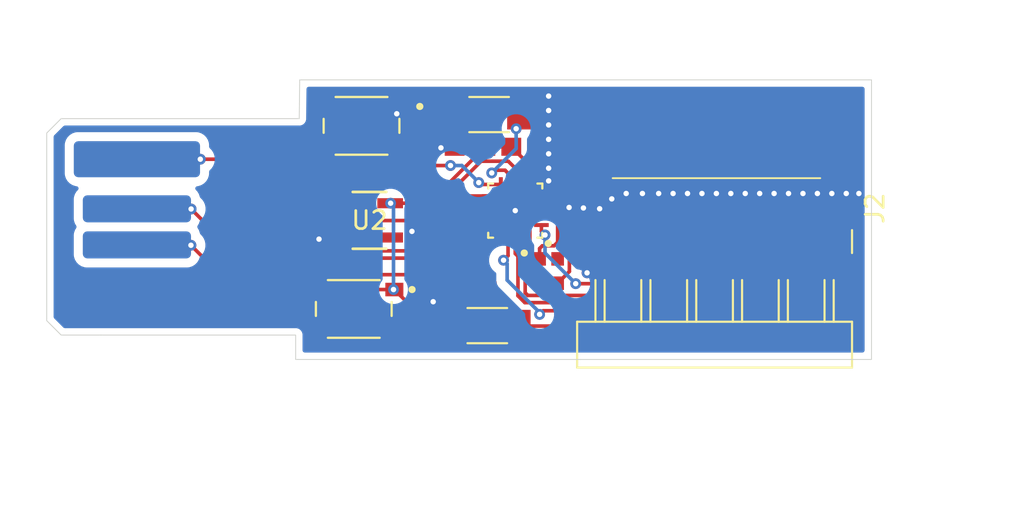
<source format=kicad_pcb>
(kicad_pcb (version 20241229) (generator "pcbnew") (generator_version "9.0")
  (layers (0 "F.Cu" signal) (2 "B.Cu" signal) (13 "F.Paste" user) (15 "B.Paste" user) (5 "F.SilkS" user "F.Silkscreen") (7 "B.SilkS" user "B.Silkscreen") (1 "F.Mask" user) (3 "B.Mask" user) (25 "Edge.Cuts" user))
  (net 0 "")
  (net 1 "PWR_GND")
  (net 2 "PWR_3V3")
  (net 3 "Net-(D1-K)")
  (net 4 "Net-(D2-K)")
  (net 5 "PA10")
  (net 6 "Net-(U1-ANT)")
  (net 7 "D+")
  (net 8 "D-")
  (net 9 "PWR_5V")
  (net 10 "Net-(R3-Pad1)")
  (net 11 "RST")
  (net 12 "PA2")
  (net 14 "PA3")
  (net 16 "PA11")
  (net 17 "Net-(U1-XO)")
  (net 18 "Net-(U1-XI)")
  (net 20 "PA9")
  (footprint "Footprint:LED_1206" (layer "F.Cu") (at 109 144.9)
    (property "Reference" "D2" (hide yes))
    (property "Value" "PWRLED" (hide yes))
    (fp_line (start -1.1 -0.95) (end 1.1 -0.95) (stroke (width 0.12)) (layer "F.SilkS"))
    (fp_line (start -1.1 1) (end 1.1 1) (stroke (width 0.12)) (layer "F.SilkS"))
    (pad "1" smd rect (at -1.7 0) (size 1.4 1.7) (layers "F.Cu" "F.Mask" "F.Paste") (net 4 "Net-(D2-K)"))
    (pad "2" smd rect (at 1.7 0) (size 1.4 1.7) (layers "F.Cu" "F.Mask" "F.Paste") (net 20 "PA9"))
  )
  (footprint "Footprint:0603" (layer "F.Cu") (at 107.94 146.71 180)
    (property "Reference" "C7" (hide yes))
    (property "Value" "0.1uF" (hide yes))
    (pad "1" smd rect (at -0.85 0 180) (size 1.1 1) (layers "F.Cu" "F.Mask" "F.Paste") (net 2 "PWR_3V3"))
    (pad "2" smd rect (at 0.85 0 180) (size 1.1 1) (layers "F.Cu" "F.Mask" "F.Paste") (net 1 "PWR_GND"))
  )
  (footprint "Footprint:0603" (layer "F.Cu") (at 111.08 146.71)
    (property "Reference" "C6" (hide yes))
    (property "Value" "2.2uF" (hide yes))
    (pad "1" smd rect (at -0.85 0) (size 1.1 1) (layers "F.Cu" "F.Mask" "F.Paste") (net 2 "PWR_3V3"))
    (pad "2" smd rect (at 0.85 0) (size 1.1 1) (layers "F.Cu" "F.Mask" "F.Paste") (net 1 "PWR_GND"))
  )
  (footprint "Footprint:0603" (layer "F.Cu") (at 108.02 154.67)
    (property "Reference" "R3" (hide yes))
    (property "Value" "1.5k" (hide yes))
    (pad "1" smd rect (at -0.85 0) (size 1.1 1) (layers "F.Cu" "F.Mask" "F.Paste") (net 10 "Net-(R3-Pad1)"))
    (pad "2" smd rect (at 0.85 0) (size 1.1 1) (layers "F.Cu" "F.Mask" "F.Paste") (net 7 "D+"))
  )
  (footprint "Footprint:0603" (layer "F.Cu") (at 105.17 150.83 -90)
    (property "Reference" "C1" (hide yes))
    (property "Value" "C_0603" (hide yes))
    (pad "1" smd rect (at -0.85 0 270) (size 1 1) (layers "F.Cu" "F.Mask" "F.Paste") (net 2 "PWR_3V3"))
    (pad "2" smd rect (at 0.85 0 270) (size 1 1) (layers "F.Cu" "F.Mask" "F.Paste") (net 1 "PWR_GND"))
  )
  (footprint "Footprint:LED_1206" (layer "F.Cu") (at 108.9 156.6)
    (property "Reference" "D1" (hide yes))
    (property "Value" "PWRLED" (hide yes))
    (fp_line (start -1.1 -0.95) (end 1.1 -0.95) (stroke (width 0.12)) (layer "F.SilkS"))
    (fp_line (start -1.1 1) (end 1.1 1) (stroke (width 0.12)) (layer "F.SilkS"))
    (pad "1" smd rect (at -1.7 0) (size 1.4 1.7) (layers "F.Cu" "F.Mask" "F.Paste") (net 3 "Net-(D1-K)"))
    (pad "2" smd rect (at 1.7 0) (size 1.4 1.7) (layers "F.Cu" "F.Mask" "F.Paste") (net 2 "PWR_3V3"))
  )
  (footprint "Footprint:PinHeader_01x06_P2.54mm_Horizontal_SMD" (layer "F.Cu") (at 127.85 152.6 -90)
    (property "Reference" "J2" (at -1.524 -2.540001 90) (layer "F.SilkS") (effects (justify left)))
    (property "Value" "PinHeader_01x06_P2.54mm_Horizontal_SMD" (hide yes))
    (fp_line (start 3.81 13.97) (end 3.81 -1.27) (stroke (width 0.12)) (layer "F.SilkS"))
    (fp_line (start 6.35 13.97) (end 3.81 13.97) (stroke (width 0.12)) (layer "F.SilkS"))
    (fp_line (start 3.81 12.954) (end 1.5 12.954) (stroke (width 0.12)) (layer "F.SilkS"))
    (fp_line (start 3.81 12.446) (end 1.5 12.446) (stroke (width 0.12)) (layer "F.SilkS"))
    (fp_line (start 3.81 10.414) (end 1.5 10.414) (stroke (width 0.12)) (layer "F.SilkS"))
    (fp_line (start 3.81 9.906) (end 1.5 9.906) (stroke (width 0.12)) (layer "F.SilkS"))
    (fp_line (start 3.81 7.874) (end 1.5 7.874) (stroke (width 0.12)) (layer "F.SilkS"))
    (fp_line (start 3.81 7.366) (end 1.5 7.366) (stroke (width 0.12)) (layer "F.SilkS"))
    (fp_line (start 3.81 5.334001) (end 1.5 5.334) (stroke (width 0.12)) (layer "F.SilkS"))
    (fp_line (start 3.81 4.826) (end 1.5 4.826) (stroke (width 0.12)) (layer "F.SilkS"))
    (fp_line (start 3.81 2.794) (end 1.5 2.794) (stroke (width 0.12)) (layer "F.SilkS"))
    (fp_line (start 3.81 2.286) (end 1.5 2.286) (stroke (width 0.12)) (layer "F.SilkS"))
    (fp_line (start 3.81 0.254) (end 1.5 0.254) (stroke (width 0.12)) (layer "F.SilkS"))
    (fp_line (start 3.81 -0.254) (end 1.5 -0.254) (stroke (width 0.12)) (layer "F.SilkS"))
    (fp_line (start -1.27 -1.27) (end 0 -1.27) (stroke (width 0.12)) (layer "F.SilkS"))
    (fp_line (start 3.81 -1.27) (end 6.35 -1.27) (stroke (width 0.12)) (layer "F.SilkS"))
    (fp_line (start 6.35 -1.27) (end 6.35 13.97) (stroke (width 0.12)) (layer "F.SilkS"))
    (pad "1" smd rect (at 0 0 270) (size 2.5 1.7) (layers "F.Cu" "F.Mask" "F.Paste") (net 2 "PWR_3V3"))
    (pad "2" smd rect (at 0 2.54 270) (size 2.5 1.7) (layers "F.Cu" "F.Mask" "F.Paste") (net 5 "PA10"))
    (pad "3" smd rect (at 0 5.08 270) (size 2.5 1.7) (layers "F.Cu" "F.Mask" "F.Paste") (net 16 "PA11"))
    (pad "4" smd rect (at 0 7.62 270) (size 2.5 1.7) (layers "F.Cu" "F.Mask" "F.Paste") (net 12 "PA2"))
    (pad "5" smd rect (at 0 10.16 270) (size 2.5 1.7) (layers "F.Cu" "F.Mask" "F.Paste") (net 14 "PA3"))
    (pad "6" smd rect (at 0 12.7 270) (size 2.5 1.7) (layers "F.Cu" "F.Mask" "F.Paste") (net 1 "PWR_GND"))
  )
  (footprint "Footprint:0603" (layer "F.Cu") (at 105.54 155.73 -90)
    (property "Reference" "R5" (hide yes))
    (property "Value" "330" (hide yes))
    (pad "1" smd rect (at -0.85 0 270) (size 1.1 1) (layers "F.Cu" "F.Mask" "F.Paste") (net 1 "PWR_GND"))
    (pad "2" smd rect (at 0.85 0 270) (size 1.1 1) (layers "F.Cu" "F.Mask" "F.Paste") (net 3 "Net-(D1-K)"))
  )
  (footprint "Footprint:0603" (layer "F.Cu") (at 99.56 150.77 -90)
    (property "Reference" "C2" (hide yes))
    (property "Value" "C_0603" (hide yes))
    (pad "1" smd rect (at -0.85 0 270) (size 1.1 1) (layers "F.Cu" "F.Mask" "F.Paste") (net 9 "PWR_5V"))
    (pad "2" smd rect (at 0.85 0 270) (size 1.1 1) (layers "F.Cu" "F.Mask" "F.Paste") (net 1 "PWR_GND"))
  )
  (footprint "Footprint:antenna" (layer "F.Cu") (at 113.05 148.45)
    (property "Reference" "E2" (hide yes))
    (property "Value" "2.4ghz" (hide yes))
    (fp_poly (pts (xy 0 -4.9) (xy 0 -4.4) (xy 5 -4.4) (xy 5 -4.9) (xy 0 -4.9)) (fill yes) (layer "F.Cu"))
    (fp_poly (pts (xy 0 -4.4) (xy 0 0.5) (xy 0.9 0.5) (xy 0.9 -4.4) (xy 0 -4.4)) (fill yes) (layer "F.Cu"))
    (fp_poly (pts (xy 2.3 -4.4) (xy 2.3 0) (xy 2.8 0) (xy 2.8 -4.4) (xy 2.3 -4.4)) (fill yes) (layer "F.Cu"))
    (fp_poly (pts (xy 4.5 -4.4) (xy 4.5 -1.76) (xy 5 -1.76) (xy 5 -4.4) (xy 4.5 -4.4)) (fill yes) (layer "F.Cu"))
    (fp_poly (pts (xy 5 -2.26) (xy 5 -1.76) (xy 7 -1.76) (xy 7 -2.26) (xy 5 -2.26)) (fill yes) (layer "F.Cu"))
    (fp_poly (pts (xy 6.95 -4.9) (xy 6.95 -4.4) (xy 9.65 -4.4) (xy 9.65 -4.9) (xy 6.95 -4.9)) (fill yes) (layer "F.Cu"))
    (fp_poly (pts (xy 6.95 -4.4) (xy 6.95 -1.76) (xy 7.45 -1.76) (xy 7.45 -4.4) (xy 6.95 -4.4)) (fill yes) (layer "F.Cu"))
    (fp_poly (pts (xy 9.15 -4.4) (xy 9.15 -1.76) (xy 9.65 -1.76) (xy 9.65 -4.4) (xy 9.15 -4.4)) (fill yes) (layer "F.Cu"))
    (fp_poly (pts (xy 9.65 -2.26) (xy 9.65 -1.76) (xy 11.65 -1.76) (xy 11.65 -2.26) (xy 9.65 -2.26)) (fill yes) (layer "F.Cu"))
    (fp_poly (pts (xy 11.65 -4.9) (xy 11.65 -4.4) (xy 14.35 -4.4) (xy 14.35 -4.9) (xy 11.65 -4.9)) (fill yes) (layer "F.Cu"))
    (fp_poly (pts (xy 11.65 -4.4) (xy 11.65 -1.76) (xy 12.15 -1.76) (xy 12.15 -4.4) (xy 11.65 -4.4)) (fill yes) (layer "F.Cu"))
    (fp_poly (pts (xy 13.85 -4.4) (xy 13.85 -0.46) (xy 14.35 -0.46) (xy 14.35 -4.4) (xy 13.85 -4.4)) (fill yes) (layer "F.Cu"))
    (fp_line (start 2.8 0) (end 14.31 0) (stroke (width 0.1)) (layer "F.SilkS"))
    (pad "1" smd rect (at 2.549999 0.249999) (size 0.499998 0.499998) (layers "F.Cu" "F.Mask" "F.Paste") (net 6 "Net-(U1-ANT)") (clearance 0))
  )
  (footprint "Footprint:32mhz crystal" (layer "F.Cu") (at 112.3 153.6)
    (property "Reference" "Y1" (hide yes))
    (property "Value" "XRCGB32M000F2P01R0" (hide yes))
    (fp_circle (center -1.35 -1) (end -1.25 -1) (stroke (width 0.2)) (fill no) (layer "F.SilkS"))
    (pad "1" smd rect (at -0.5 -0.675) (size 0.7 0.75) (layers "F.Cu" "F.Mask" "F.Paste") (net 17 "Net-(U1-XO)"))
    (pad "2" smd rect (at -0.5 0.675) (size 0.7 0.75) (layers "F.Cu" "F.Mask" "F.Paste"))
    (pad "3" smd rect (at 0.5 0.675) (size 0.7 0.75) (layers "F.Cu" "F.Mask" "F.Paste") (net 18 "Net-(U1-XI)"))
    (pad "4" smd rect (at 0.5 -0.675) (size 0.7 0.75) (layers "F.Cu" "F.Mask" "F.Paste"))
  )
  (footprint "Footprint:voltage regulator" (layer "F.Cu") (at 102.37 150.79)
    (property "Reference" "U2" (at 0 0 0) (layer "F.SilkS"))
    (property "Value" "TCR2EF33_LMCT" (hide yes))
    (fp_line (start -0.9271 1.5748) (end 0.9271 1.5748) (stroke (width 0.1524)) (layer "F.SilkS"))
    (fp_line (start 0.9271 -1.5748) (end -0.9271 -1.5748) (stroke (width 0.1524)) (layer "F.SilkS"))
    (pad "1" smd rect (at -1.1444 -0.950001) (size 1.4224 0.5588) (layers "F.Cu" "F.Mask" "F.Paste") (net 9 "PWR_5V"))
    (pad "2" smd rect (at -1.1444 0) (size 1.4224 0.5588) (layers "F.Cu" "F.Mask" "F.Paste") (net 1 "PWR_GND"))
    (pad "3" smd rect (at -1.1444 0.950001) (size 1.4224 0.5588) (layers "F.Cu" "F.Mask" "F.Paste") (net 9 "PWR_5V"))
    (pad "4" smd rect (at 1.1444 0.950001) (size 1.4224 0.5588) (layers "F.Cu" "F.Mask" "F.Paste"))
    (pad "5" smd rect (at 1.1444 -0.950001) (size 1.4224 0.5588) (layers "F.Cu" "F.Mask" "F.Paste") (net 2 "PWR_3V3"))
  )
  (footprint "Footprint:button" (layer "F.Cu") (at 101.9275 145.55 180)
    (property "Reference" "S2" (hide yes))
    (property "Value" "TL3365AF180QG" (hide yes))
    (fp_line (start 2.1 0.3865) (end 2.1 -0.3865) (stroke (width 0.127)) (layer "F.SilkS"))
    (fp_line (start 1.4365 -1.600001) (end -1.436499 -1.6) (stroke (width 0.127)) (layer "F.SilkS"))
    (fp_line (start -1.4365 1.600001) (end 1.436499 1.6) (stroke (width 0.127)) (layer "F.SilkS"))
    (fp_line (start -2.1 -0.3865) (end -2.1 0.3865) (stroke (width 0.127)) (layer "F.SilkS"))
    (fp_circle (center -3.23 1.075) (end -3.13 1.074999) (stroke (width 0.2)) (fill no) (layer "F.SilkS"))
    (pad "1" smd rect (at -2.25 1.075 180) (size 1 0.75) (layers "F.Cu" "F.Mask" "F.Paste") (net 1 "PWR_GND"))
    (pad "2" smd rect (at 2.25 1.075 180) (size 1 0.75) (layers "F.Cu" "F.Mask" "F.Paste") (net 1 "PWR_GND"))
    (pad "3" smd rect (at -2.25 -1.075 180) (size 1 0.75) (layers "F.Cu" "F.Mask" "F.Paste") (net 11 "RST"))
    (pad "4" smd rect (at 2.25 -1.075 180) (size 1 0.75) (layers "F.Cu" "F.Mask" "F.Paste") (net 11 "RST"))
  )
  (footprint "Footprint:button" (layer "F.Cu") (at 101.4975 155.7 180)
    (property "Reference" "S1" (hide yes))
    (property "Value" "TL3365AF180QG" (hide yes))
    (fp_line (start 2.1 0.3865) (end 2.1 -0.3865) (stroke (width 0.127)) (layer "F.SilkS"))
    (fp_line (start 1.4365 -1.600001) (end -1.436499 -1.6) (stroke (width 0.127)) (layer "F.SilkS"))
    (fp_line (start -1.4365 1.600001) (end 1.436499 1.6) (stroke (width 0.127)) (layer "F.SilkS"))
    (fp_line (start -2.1 -0.3865) (end -2.1 0.3865) (stroke (width 0.127)) (layer "F.SilkS"))
    (fp_circle (center -3.23 1.075) (end -3.13 1.074999) (stroke (width 0.2)) (fill no) (layer "F.SilkS"))
    (pad "1" smd rect (at -2.25 1.075 180) (size 1 0.75) (layers "F.Cu" "F.Mask" "F.Paste") (net 2 "PWR_3V3"))
    (pad "2" smd rect (at 2.25 1.075 180) (size 1 0.75) (layers "F.Cu" "F.Mask" "F.Paste") (net 2 "PWR_3V3"))
    (pad "3" smd rect (at -2.25 -1.075 180) (size 1 0.75) (layers "F.Cu" "F.Mask" "F.Paste") (net 10 "Net-(R3-Pad1)"))
    (pad "4" smd rect (at 2.25 -1.075 180) (size 1 0.75) (layers "F.Cu" "F.Mask" "F.Paste") (net 10 "Net-(R3-Pad1)"))
  )
  (footprint "Footprint:CH572D" (layer "F.Cu") (at 109.68 148.190001 180)
    (property "Reference" "U1" (hide yes))
    (property "Value" "~" (hide yes))
    (fp_line (start 0.730001 -0.56) (end 0.73 -0.83) (stroke (width 0.127)) (layer "F.SilkS"))
    (fp_line (start 0.730001 -0.56) (end 0.46 -0.56) (stroke (width 0.127)) (layer "F.SilkS"))
    (fp_line (start 0.73 -3.559999) (end 0.730001 -3.29) (stroke (width 0.127)) (layer "F.SilkS"))
    (fp_line (start 0.73 -3.559999) (end 0.46 -3.559999) (stroke (width 0.127)) (layer "F.SilkS"))
    (fp_line (start -2.27 -0.56) (end -2 -0.56) (stroke (width 0.127)) (layer "F.SilkS"))
    (fp_line (start -2.27 -0.56) (end -2.27 -0.83) (stroke (width 0.127)) (layer "F.SilkS"))
    (fp_line (start -2.270001 -3.56) (end -2 -3.56) (stroke (width 0.127)) (layer "F.SilkS"))
    (fp_line (start -2.270001 -3.56) (end -2.27 -3.290001) (stroke (width 0.127)) (layer "F.SilkS"))
    (fp_circle (center -2.6 -3.88) (end -2.5 -3.880001) (stroke (width 0.2)) (fill no) (layer "F.SilkS"))
    (pad "1" smd rect (at -2.219999 -2.86 180) (size 0.81 0.22) (layers "F.Cu" "F.Paste") (net 14 "PA3"))
    (pad "2" smd rect (at -2.22 -2.459999 180) (size 0.81 0.22) (layers "F.Cu" "F.Paste") (net 17 "Net-(U1-XO)"))
    (pad "3" smd rect (at -2.219999 -2.06 180) (size 0.81 0.22) (layers "F.Cu" "F.Paste") (net 18 "Net-(U1-XI)"))
    (pad "4" smd rect (at -2.22 -1.66 180) (size 0.81 0.22) (layers "F.Cu" "F.Paste"))
    (pad "5" smd rect (at -2.22 -1.26 180) (size 0.81 0.22) (layers "F.Cu" "F.Paste") (net 6 "Net-(U1-ANT)"))
    (pad "6" smd rect (at -1.57 -0.61 180) (size 0.22 0.81) (layers "F.Cu" "F.Paste") (net 2 "PWR_3V3"))
    (pad "7" smd rect (at -1.17 -0.609999 180) (size 0.22 0.81) (layers "F.Cu" "F.Paste") (net 2 "PWR_3V3"))
    (pad "8" smd rect (at -0.770001 -0.61 180) (size 0.22 0.81) (layers "F.Cu" "F.Paste") (net 9 "PWR_5V"))
    (pad "9" smd rect (at -0.37 -0.609999 180) (size 0.22 0.81) (layers "F.Cu" "F.Paste") (net 20 "PA9"))
    (pad "10" smd rect (at 0.03 -0.609999 180) (size 0.22 0.81) (layers "F.Cu" "F.Paste") (net 11 "RST"))
    (pad "11" smd rect (at 0.68 -1.26 180) (size 0.81 0.22) (layers "F.Cu" "F.Paste") (net 8 "D-"))
    (pad "12" smd rect (at 0.68 -1.66 180) (size 0.81 0.22) (layers "F.Cu" "F.Paste") (net 7 "D+"))
    (pad "13" smd rect (at 0.68 -2.06 180) (size 0.81 0.22) (layers "F.Cu" "F.Paste"))
    (pad "14" smd rect (at 0.68 -2.459999 180) (size 0.81 0.22) (layers "F.Cu" "F.Paste"))
    (pad "15" smd rect (at 0.68 -2.86 180) (size 0.81 0.22) (layers "F.Cu" "F.Paste"))
    (pad "16" smd rect (at 0.03 -3.51 180) (size 0.22 0.81) (layers "F.Cu" "F.Paste"))
    (pad "17" smd rect (at -0.37 -3.51 180) (size 0.22 0.81) (layers "F.Cu" "F.Paste") (net 5 "PA10"))
    (pad "18" smd rect (at -0.77 -3.51 180) (size 0.22 0.81) (layers "F.Cu" "F.Paste") (net 16 "PA11"))
    (pad "19" smd rect (at -1.17 -3.51 180) (size 0.22 0.81) (layers "F.Cu" "F.Paste"))
    (pad "20" smd rect (at -1.57 -3.51 180) (size 0.22 0.81) (layers "F.Cu" "F.Paste") (net 12 "PA2"))
    (pad "21" smd rect (at -0.770001 -2.06 180) (size 1.7 1.7) (layers "F.Cu") (net 1 "PWR_GND"))
  )
  (footprint "Footprint:0603" (layer "F.Cu") (at 105.6375 145.5 90)
    (property "Reference" "R4" (hide yes))
    (property "Value" "330" (hide yes))
    (pad "1" smd rect (at -0.85 0 90) (size 1.1 1) (layers "F.Cu" "F.Mask" "F.Paste") (net 1 "PWR_GND"))
    (pad "2" smd rect (at 0.85 0 90) (size 1.1 1) (layers "F.Cu" "F.Mask" "F.Paste") (net 4 "Net-(D2-K)"))
  )
  (footprint "Footprint:USB_A_PCB_Edge_receptacle" (layer "B.Cu") (at 89.475 151.150001)
    (property "Reference" "J1" (hide yes))
    (property "Value" "USB_A_PCB_Edge_receptacle" (hide yes))
    (fp_line (start -2 5.999999) (end -2 5.999999) (stroke (width 0.05)) (layer "Edge.Cuts"))
    (pad "1" smd roundrect (at 0 -3.75) (size 7 2) (layers "B.Cu" "B.Mask") (roundrect_rratio 0.125) (net 9 "PWR_5V"))
    (pad "2" smd roundrect (at 0 -1) (size 6 1.5) (layers "B.Cu" "B.Mask") (roundrect_rratio 0.1666666667) (net 8 "D-"))
    (pad "3" smd roundrect (at 0 1) (size 6 1.5) (layers "B.Cu" "B.Mask") (roundrect_rratio 0.1666666667) (net 7 "D+"))
    (pad "4" smd roundrect (at 0 3.75) (size 7 2) (layers "B.Cu" "B.Mask") (roundrect_rratio 0.125) (net 1 "PWR_GND"))
  )
  (gr_poly (pts (xy 98.275 157.15) (xy 98.275 158.5) (xy 130.2 158.5) (xy 130.2 143) (xy 98.5 143) (xy 98.475001 145.150001) (xy 85.275 145.150002) (xy 84.475 145.950001) (xy 84.475 156.350001) (xy 85.275 157.15)) (stroke (width 0.05)) (fill no) (layer "Edge.Cuts"))
  (segment (start 101.2256 150.79) (end 100.39 150.79) (width 0.2) (layer "F.Cu") (net 1))
  (segment (start 107.09 146.71) (end 106.39 146.71) (width 0.2) (layer "F.Cu") (net 1))
  (segment (start 106.33 146.77) (end 106.0575 146.77) (width 0.2) (layer "F.Cu") (net 1))
  (segment (start 103.88 144.475) (end 103.88 144.88) (width 0.2) (layer "F.Cu") (net 1))
  (segment (start 106.39 146.71) (end 106.33 146.77) (width 0.2) (layer "F.Cu") (net 1))
  (segment (start 99.6775 144.475) (end 103.88 144.475) (width 0.2) (layer "F.Cu") (net 1))
  (segment (start 100.39 150.79) (end 99.56 151.62) (width 0.2) (layer "F.Cu") (net 1))
  (segment (start 106.0575 146.77) (end 105.6375 146.35) (width 0.2) (layer "F.Cu") (net 1))
  (via (at 129.5 149.3) (size 0.6) (drill 0.3) (layers "F.Cu" "B.Cu") (net 1))
  (via (at 120 149.3) (size 0.6) (drill 0.3) (layers "F.Cu" "B.Cu") (net 1))
  (via (at 99.57 151.831) (size 0.6) (drill 0.3) (layers "F.Cu" "B.Cu") (net 1))
  (via (at 120.8 149.3) (size 0.6) (drill 0.3) (layers "F.Cu" "B.Cu") (net 1))
  (via (at 117.5 149.3) (size 0.6) (drill 0.3) (layers "F.Cu" "B.Cu") (net 1))
  (via (at 112.3 147.1) (size 0.6) (drill 0.3) (layers "F.Cu" "B.Cu") (net 1))
  (via (at 103.88 144.88) (size 0.6) (drill 0.3) (layers "F.Cu" "B.Cu") (net 1))
  (via (at 128 149.3) (size 0.6) (drill 0.3) (layers "F.Cu" "B.Cu") (net 1))
  (via (at 104.721915 151.4) (size 0.6) (drill 0.3) (layers "F.Cu" "B.Cu") (net 1))
  (via (at 124 149.3) (size 0.6) (drill 0.3) (layers "F.Cu" "B.Cu") (net 1))
  (via (at 112.3 147.9) (size 0.6) (drill 0.3) (layers "F.Cu" "B.Cu") (net 1))
  (via (at 114.43 153.7) (size 0.6) (drill 0.3) (layers "F.Cu" "B.Cu") (net 1))
  (via (at 112.3 146.3) (size 0.6) (drill 0.3) (layers "F.Cu" "B.Cu") (net 1))
  (via (at 112.3 145.5) (size 0.6) (drill 0.3) (layers "F.Cu" "B.Cu") (net 1))
  (via (at 124.8 149.3) (size 0.6) (drill 0.3) (layers "F.Cu" "B.Cu") (net 1))
  (via (at 115.8 149.6) (size 0.6) (drill 0.3) (layers "F.Cu" "B.Cu") (net 1))
  (via (at 114.229283 150.103471) (size 0.6) (drill 0.3) (layers "F.Cu" "B.Cu") (net 1))
  (via (at 115.127698 150.145584) (size 0.6) (drill 0.3) (layers "F.Cu" "B.Cu") (net 1))
  (via (at 106.33 146.77) (size 0.6) (drill 0.3) (layers "F.Cu" "B.Cu") (net 1))
  (via (at 119.2 149.3) (size 0.6) (drill 0.3) (layers "F.Cu" "B.Cu") (net 1))
  (via (at 112.3 144.7) (size 0.6) (drill 0.3) (layers "F.Cu" "B.Cu") (net 1))
  (via (at 105.9 155.3) (size 0.6) (drill 0.3) (layers "F.Cu" "B.Cu") (net 1))
  (via (at 121.6 149.3) (size 0.6) (drill 0.3) (layers "F.Cu" "B.Cu") (net 1))
  (via (at 122.4 149.3) (size 0.6) (drill 0.3) (layers "F.Cu" "B.Cu") (net 1))
  (via (at 116.6 149.3) (size 0.6) (drill 0.3) (layers "F.Cu" "B.Cu") (net 1))
  (via (at 118.4 149.3) (size 0.6) (drill 0.3) (layers "F.Cu" "B.Cu") (net 1))
  (via (at 112.3 143.9) (size 0.6) (drill 0.3) (layers "F.Cu" "B.Cu") (net 1))
  (via (at 113.43381 150.075396) (size 0.6) (drill 0.3) (layers "F.Cu" "B.Cu") (net 1))
  (via (at 126.4 149.3) (size 0.6) (drill 0.3) (layers "F.Cu" "B.Cu") (net 1))
  (via (at 125.6 149.3) (size 0.6) (drill 0.3) (layers "F.Cu" "B.Cu") (net 1))
  (via (at 128.8 149.3) (size 0.6) (drill 0.3) (layers "F.Cu" "B.Cu") (net 1))
  (via (at 127.2 149.3) (size 0.6) (drill 0.3) (layers "F.Cu" "B.Cu") (net 1))
  (via (at 112.3 148.6) (size 0.6) (drill 0.3) (layers "F.Cu" "B.Cu") (net 1))
  (via (at 123.2 149.3) (size 0.6) (drill 0.3) (layers "F.Cu" "B.Cu") (net 1))
  (via (at 110.450002 150.25) (size 0.6) (drill 0.3) (layers "F.Cu" "B.Cu") (net 1))
  (segment (start 110.5625 156.47) (end 109.2325 157.8) (width 0.2) (layer "F.Cu") (net 2))
  (segment (start 103.7 154.625) (end 99.2475 154.625) (width 0.2) (layer "F.Cu") (net 2))
  (segment (start 104.5485 157.2405) (end 104.5485 155.426) (width 0.2) (layer "F.Cu") (net 2))
  (segment (start 110.651 156.651) (end 110.6 156.6) (width 0.2) (layer "F.Cu") (net 2))
  (segment (start 108.79 146.71) (end 105.52 149.98) (width 0.2) (layer "F.Cu") (net 2))
  (segment (start 110.23 146.71) (end 108.79 146.71) (width 0.2) (layer "F.Cu") (net 2))
  (segment (start 127.9 152.5) (end 127.9 152.7) (width 0.2) (layer "F.Cu") (net 2))
  (segment (start 104.929 157.629) (end 104.929 157.621) (width 0.2) (layer "F.Cu") (net 2))
  (segment (start 103.5144 149.839999) (end 103.539999 149.839999) (width 0.2) (layer "F.Cu") (net 2))
  (segment (start 111.25 148.800001) (end 110.861001 148.800001) (width 0.2) (layer "F.Cu") (net 2))
  (segment (start 109.2325 157.8) (end 105.1 157.8) (width 0.2) (layer "F.Cu") (net 2))
  (segment (start 104.929 157.621) (end 104.5485 157.2405) (width 0.2) (layer "F.Cu") (net 2))
  (segment (start 105.1 157.8) (end 104.929 157.629) (width 0.2) (layer "F.Cu") (net 2))
  (segment (start 103.539999 149.839999) (end 105.029999 149.839999) (width 0.2) (layer "F.Cu") (net 2))
  (segment (start 127.9 152.7) (end 123.949 156.651) (width 0.2) (layer "F.Cu") (net 2))
  (segment (start 105.029999 149.839999) (end 105.17 149.98) (width 0.2) (layer "F.Cu") (net 2))
  (segment (start 104.5485 155.426) (end 103.7475 154.625) (width 0.2) (layer "F.Cu") (net 2))
  (segment (start 103.7475 154.625) (end 103.7 154.625) (width 0.2) (layer "F.Cu") (net 2))
  (segment (start 105.52 149.98) (end 105.17 149.98) (width 0.2) (layer "F.Cu") (net 2))
  (segment (start 111.25 148.800001) (end 111.25 147.73) (width 0.2) (layer "F.Cu") (net 2))
  (segment (start 123.949 156.651) (end 110.651 156.651) (width 0.2) (layer "F.Cu") (net 2))
  (segment (start 111.25 147.73) (end 110.23 146.71) (width 0.2) (layer "F.Cu") (net 2))
  (via (at 103.539999 149.839999) (size 0.6) (drill 0.3) (layers "F.Cu" "B.Cu") (net 2))
  (via (at 103.7 154.625) (size 0.6) (drill 0.3) (layers "F.Cu" "B.Cu") (net 2))
  (segment (start 103.7 154.625) (end 103.7 150) (width 0.2) (layer "B.Cu") (net 2))
  (segment (start 103.7 150) (end 103.539999 149.839999) (width 0.2) (layer "B.Cu") (net 2))
  (segment (start 105.54 156.58) (end 107.0525 156.58) (width 0.2) (layer "F.Cu") (net 3))
  (segment (start 107.0525 156.58) (end 107.1625 156.47) (width 0.2) (layer "F.Cu") (net 3))
  (segment (start 105.8875 144.9) (end 105.6375 144.65) (width 0.2) (layer "F.Cu") (net 4))
  (segment (start 107.3 144.9) (end 105.8875 144.9) (width 0.2) (layer "F.Cu") (net 4))
  (segment (start 110.05 152.75) (end 109.8 153) (width 0.2) (layer "F.Cu") (net 5))
  (segment (start 110.05 151.700001) (end 110.05 152.75) (width 0.2) (layer "F.Cu") (net 5))
  (segment (start 112.000999 155.8) (end 111.799999 156.001) (width 0.2) (layer "F.Cu") (net 5))
  (segment (start 111.799999 155.900001) (end 111.799999 156.001) (width 0.2) (layer "F.Cu") (net 5))
  (segment (start 125.36 152.5) (end 125.36 152.9) (width 0.2) (layer "F.Cu") (net 5))
  (segment (start 111.8 155.9) (end 111.799999 155.900001) (width 0.2) (layer "F.Cu") (net 5))
  (segment (start 122.46 155.8) (end 112.000999 155.8) (width 0.2) (layer "F.Cu") (net 5))
  (segment (start 125.36 152.9) (end 122.46 155.8) (width 0.2) (layer "F.Cu") (net 5))
  (via (at 109.8 153) (size 0.6) (drill 0.3) (layers "F.Cu" "B.Cu") (net 5))
  (via (at 111.799999 156.001) (size 0.6) (drill 0.3) (layers "F.Cu" "B.Cu") (net 5))
  (segment (start 111.799999 155.899999) (end 110 154.1) (width 0.2) (layer "B.Cu") (net 5))
  (segment (start 110 154.1) (end 110 153.2) (width 0.2) (layer "B.Cu") (net 5))
  (segment (start 111.799999 156.001) (end 111.799999 155.899999) (width 0.2) (layer "B.Cu") (net 5))
  (segment (start 110 153.2) (end 109.8 153) (width 0.2) (layer "B.Cu") (net 5))
  (segment (start 114.900999 149.450001) (end 115.6 148.751) (width 0.2) (layer "F.Cu") (net 6))
  (segment (start 111.9 149.450001) (end 114.900999 149.450001) (width 0.2) (layer "F.Cu") (net 6))
  (segment (start 108.3782 149.850001) (end 108.6 149.850001) (width 0.2) (layer "F.Cu") (net 7))
  (segment (start 108.87 154.67) (end 108.3 154.1) (width 0.2) (layer "F.Cu") (net 7))
  (segment (start 108.3 149.928201) (end 108.3782 149.850001) (width 0.2) (layer "F.Cu") (net 7))
  (segment (start 107.449999 149.850001) (end 106.9 150.4) (width 0.2) (layer "F.Cu") (net 7))
  (segment (start 108.3 154.1) (end 108.3 149.928201) (width 0.2) (layer "F.Cu") (net 7))
  (segment (start 109 149.850001) (end 108.3782 149.850001) (width 0.2) (layer "F.Cu") (net 7))
  (segment (start 106.43 151.5) (end 106.9 151.03) (width 0.2) (layer "F.Cu") (net 7))
  (segment (start 92.47 152.17) (end 93.183 152.883) (width 0.2) (layer "F.Cu") (net 7))
  (segment (start 106.9 151.03) (end 106.9 150.4) (width 0.2) (layer "F.Cu") (net 7))
  (segment (start 93.183 152.883) (end 105.997 152.883) (width 0.2) (layer "F.Cu") (net 7))
  (segment (start 105.997 152.883) (end 106.43 152.45) (width 0.2) (layer "F.Cu") (net 7))
  (segment (start 106.43 152.45) (end 106.43 151.5) (width 0.2) (layer "F.Cu") (net 7))
  (segment (start 108.3782 149.850001) (end 107.449999 149.850001) (width 0.2) (layer "F.Cu") (net 7))
  (via (at 92.47 152.17) (size 0.6) (drill 0.3) (layers "F.Cu" "B.Cu") (net 7))
  (segment (start 94.801 152.481) (end 105.82 152.481) (width 0.2) (layer "F.Cu") (net 8))
  (segment (start 106.47 150.850514) (end 106.47 150.19) (width 0.2) (layer "F.Cu") (net 8))
  (segment (start 106.47 150.19) (end 107.220999 149.439001) (width 0.2) (layer "F.Cu") (net 8))
  (segment (start 107.220999 149.439001) (end 109 149.439001) (width 0.2) (layer "F.Cu") (net 8))
  (segment (start 106.01 151.310514) (end 106.47 150.850514) (width 0.2) (layer "F.Cu") (net 8))
  (segment (start 106.01 152.291) (end 106.01 151.310514) (width 0.2) (layer "F.Cu") (net 8))
  (segment (start 92.48 150.16) (end 94.801 152.481) (width 0.2) (layer "F.Cu") (net 8))
  (segment (start 105.82 152.481) (end 106.01 152.291) (width 0.2) (layer "F.Cu") (net 8))
  (via (at 92.48 150.16) (size 0.6) (drill 0.3) (layers "F.Cu" "B.Cu") (net 8))
  (segment (start 102.2378 150.8) (end 105.78 150.8) (width 0.2) (layer "F.Cu") (net 9))
  (segment (start 99.640001 149.839999) (end 99.56 149.92) (width 0.2) (layer "F.Cu") (net 9))
  (segment (start 110.061001 147.511) (end 110.450001 147.9) (width 0.2) (layer "F.Cu") (net 9))
  (segment (start 105.78 150.8) (end 106.065 150.515) (width 0.2) (layer "F.Cu") (net 9))
  (segment (start 110.450001 147.9) (end 110.450001 148.800001) (width 0.2) (layer "F.Cu") (net 9))
  (segment (start 102.2378 150.2096) (end 101.868199 149.839999) (width 0.2) (layer "F.Cu") (net 9))
  (segment (start 92.99 147.4) (end 97.04 147.4) (width 0.2) (layer "F.Cu") (net 9))
  (segment (start 101.868199 151.740001) (end 102.2378 151.3704) (width 0.2) (layer "F.Cu") (net 9))
  (segment (start 101.2256 149.839999) (end 99.640001 149.839999) (width 0.2) (layer "F.Cu") (net 9))
  (segment (start 106.065 150.515) (end 106.065 150.0021) (width 0.2) (layer "F.Cu") (net 9))
  (segment (start 97.04 147.4) (end 99.56 149.92) (width 0.2) (layer "F.Cu") (net 9))
  (segment (start 102.2378 150.8) (end 102.2378 150.2096) (width 0.2) (layer "F.Cu") (net 9))
  (segment (start 101.868199 149.839999) (end 101.2256 149.839999) (width 0.2) (layer "F.Cu") (net 9))
  (segment (start 101.2256 151.740001) (end 101.868199 151.740001) (width 0.2) (layer "F.Cu") (net 9))
  (segment (start 102.2378 151.3704) (end 102.2378 150.8) (width 0.2) (layer "F.Cu") (net 9))
  (segment (start 106.065 150.0021) (end 108.5561 147.511) (width 0.2) (layer "F.Cu") (net 9))
  (segment (start 108.5561 147.511) (end 110.061001 147.511) (width 0.2) (layer "F.Cu") (net 9))
  (via (at 92.99 147.4) (size 0.6) (drill 0.3) (layers "F.Cu" "B.Cu") (net 9))
  (segment (start 98.3 155.8275) (end 98.3 154.249) (width 0.2) (layer "F.Cu") (net 10))
  (segment (start 99.2475 156.775) (end 103.7475 156.775) (width 0.2) (layer "F.Cu") (net 10))
  (segment (start 98.3 154.249) (end 98.749 153.8) (width 0.2) (layer "F.Cu") (net 10))
  (segment (start 98.749 153.8) (end 106.3 153.8) (width 0.2) (layer "F.Cu") (net 10))
  (segment (start 99.2475 156.775) (end 98.3 155.8275) (width 0.2) (layer "F.Cu") (net 10))
  (segment (start 106.3 153.8) (end 107.17 154.67) (width 0.2) (layer "F.Cu") (net 10))
  (segment (start 105.3025 147.75) (end 106.86 147.75) (width 0.2) (layer "F.Cu") (net 11))
  (segment (start 109.639 148.8) (end 108.530505 148.8) (width 0.2) (layer "F.Cu") (net 11))
  (segment (start 104.1775 146.625) (end 105.3025 147.75) (width 0.2) (layer "F.Cu") (net 11))
  (segment (start 99.6775 146.625) (end 104.1775 146.625) (width 0.2) (layer "F.Cu") (net 11))
  (segment (start 106.86 147.75) (end 106.95 147.75) (width 0.2) (layer "F.Cu") (net 11))
  (segment (start 108.530505 148.8) (end 108.426052 148.695547) (width 0.2) (layer "F.Cu") (net 11))
  (via (at 108.426052 148.695547) (size 0.6) (drill 0.3) (layers "F.Cu" "B.Cu") (net 11))
  (via (at 106.86 147.75) (size 0.6) (drill 0.3) (layers "F.Cu" "B.Cu") (net 11))
  (segment (start 106.86 147.75) (end 107.49 147.75) (width 0.2) (layer "B.Cu") (net 11))
  (segment (start 107.49 147.75) (end 108.28 148.54) (width 0.2) (layer "B.Cu") (net 11))
  (segment (start 111 154.802) (end 111.149 154.951) (width 0.2) (layer "F.Cu") (net 12))
  (segment (start 118.149 154.951) (end 120.28 152.82) (width 0.2) (layer "F.Cu") (net 12))
  (segment (start 111.25 152.305001) (end 111 152.555001) (width 0.2) (layer "F.Cu") (net 12))
  (segment (start 120.28 152.82) (end 120.28 152.5) (width 0.2) (layer "F.Cu") (net 12))
  (segment (start 111.149 154.951) (end 118.149 154.951) (width 0.2) (layer "F.Cu") (net 12))
  (segment (start 111.25 151.700001) (end 111.25 152.305001) (width 0.2) (layer "F.Cu") (net 12))
  (segment (start 111 152.555001) (end 111 154.802) (width 0.2) (layer "F.Cu") (net 12))
  (segment (start 117.74 153.56) (end 117.74 152.5) (width 0.2) (layer "F.Cu") (net 14))
  (segment (start 113.8 154.3) (end 117 154.3) (width 0.2) (layer "F.Cu") (net 14))
  (segment (start 111.899999 151.050001) (end 111.899999 151.399999) (width 0.2) (layer "F.Cu") (net 14))
  (segment (start 111.899999 151.399999) (end 112.1 151.6) (width 0.2) (layer "F.Cu") (net 14))
  (segment (start 117 154.3) (end 117.74 153.56) (width 0.2) (layer "F.Cu") (net 14))
  (via (at 112.1 151.6) (size 0.6) (drill 0.3) (layers "F.Cu" "B.Cu") (net 14))
  (via (at 113.8 154.3) (size 0.6) (drill 0.3) (layers "F.Cu" "B.Cu") (net 14))
  (segment (start 112.1 152.6) (end 113.8 154.3) (width 0.2) (layer "B.Cu") (net 14))
  (segment (start 112.1 151.6) (end 112.1 152.6) (width 0.2) (layer "B.Cu") (net 14))
  (segment (start 110.980486 155.351) (end 120.449 155.351) (width 0.2) (layer "F.Cu") (net 16))
  (segment (start 110.6 154.970514) (end 110.980486 155.351) (width 0.2) (layer "F.Cu") (net 16))
  (segment (start 122.82 152.98) (end 122.82 152.5) (width 0.2) (layer "F.Cu") (net 16))
  (segment (start 110.6 152.780761) (end 110.6 154.970514) (width 0.2) (layer "F.Cu") (net 16))
  (segment (start 110.45 151.700001) (end 110.45 152.630761) (width 0.2) (layer "F.Cu") (net 16))
  (segment (start 120.449 155.351) (end 122.82 152.98) (width 0.2) (layer "F.Cu") (net 16))
  (segment (start 110.45 152.630761) (end 110.6 152.780761) (width 0.2) (layer "F.Cu") (net 16))
  (segment (start 111.8 152.35) (end 111.95 152.2) (width 0.2) (layer "F.Cu") (net 17))
  (segment (start 112.8 150.928202) (end 112.521798 150.65) (width 0.2) (layer "F.Cu") (net 17))
  (segment (start 112.6 152.2) (end 112.8 152) (width 0.2) (layer "F.Cu") (net 17))
  (segment (start 111.8 152.925) (end 111.8 152.35) (width 0.2) (layer "F.Cu") (net 17))
  (segment (start 112.8 152) (end 112.8 150.928202) (width 0.2) (layer "F.Cu") (net 17))
  (segment (start 112.521798 150.65) (end 111.9 150.65) (width 0.2) (layer "F.Cu") (net 17))
  (segment (start 111.95 152.2) (end 112.6 152.2) (width 0.2) (layer "F.Cu") (net 17))
  (segment (start 111.899999 150.248) (end 112.688312 150.248) (width 0.2) (layer "F.Cu") (net 18))
  (segment (start 112.688312 150.248) (end 113.451 151.010688) (width 0.2) (layer "F.Cu") (net 18))
  (segment (start 113.451 151.010688) (end 113.451 153.624) (width 0.2) (layer "F.Cu") (net 18))
  (segment (start 113.451 153.624) (end 112.8 154.275) (width 0.2) (layer "F.Cu") (net 18))
  (segment (start 110.048001 148.176201) (end 109.882844 148.011044) (width 0.2) (layer "F.Cu") (net 20))
  (segment (start 110.048001 148.8) (end 110.048001 148.176201) (width 0.2) (layer "F.Cu") (net 20))
  (segment (start 109.882844 148.011044) (end 109.296155 148.011044) (width 0.2) (layer "F.Cu") (net 20))
  (segment (start 109.296155 148.011044) (end 109.146199 148.161) (width 0.2) (layer "F.Cu") (net 20))
  (via (at 110.5 145.709998) (size 0.6) (drill 0.3) (layers "F.Cu" "B.Cu") (net 20))
  (via (at 109.146199 148.161) (size 0.6) (drill 0.3) (layers "F.Cu" "B.Cu") (net 20))
  (segment (start 110.5 146.807199) (end 110.5 145.709998) (width 0.2) (layer "B.Cu") (net 20))
  (segment (start 109.146199 148.161) (end 110.5 146.807199) (width 0.2) (layer "B.Cu") (net 20))
  (zone (net 1) (net_name "PWR_GND") (layer "B.Cu") (name "GND") (connect_pads yes (clearance 0.5)) (min_thickness 0.25) (fill yes (thermal_gap 0.5) (thermal_bridge_width 0.5))
    (polygon (pts (xy 136.498596 167.123197) (xy 81.884751 166.653737) (xy 81.975324 140.105697) (xy 138.668596 138.573197)))
  )
)
</source>
